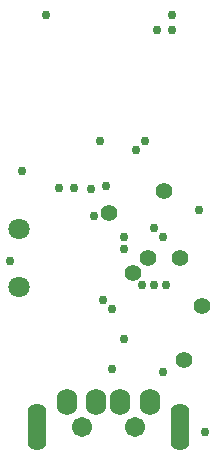
<source format=gbs>
%FSLAX44Y44*%
%MOMM*%
G71*
G01*
G75*
G04 Layer_Color=16711935*
%ADD10C,0.2540*%
%ADD11C,0.3810*%
%ADD12C,0.5080*%
%ADD13R,0.9000X1.0000*%
%ADD14R,2.1000X3.0000*%
%ADD15R,0.8000X1.7000*%
%ADD16O,0.8000X1.7000*%
%ADD17R,1.0000X0.9000*%
%ADD18R,1.0000X1.0000*%
%ADD19O,0.6000X1.9000*%
%ADD20R,1.0000X1.0000*%
%ADD21R,1.8000X1.3000*%
%ADD22O,1.5500X0.2500*%
%ADD23O,0.2500X1.5500*%
%ADD24R,2.0000X1.2000*%
%ADD25C,0.7620*%
%ADD26C,1.2700*%
%ADD27C,0.8890*%
%ADD28C,1.6000*%
%ADD29O,1.4000X3.8000*%
%ADD30O,1.5240X2.0320*%
%ADD31C,1.5000*%
%ADD32C,0.7000*%
%ADD33C,1.2000*%
%ADD34C,0.4000*%
%ADD35C,0.2500*%
%ADD36C,0.2000*%
%ADD37C,0.6000*%
%ADD38C,0.1016*%
%ADD39R,1.1032X1.2032*%
%ADD40R,2.3032X3.2032*%
%ADD41R,1.0032X1.9032*%
%ADD42O,1.0032X1.9032*%
%ADD43R,1.2032X1.1032*%
%ADD44R,1.2032X1.2032*%
%ADD45O,0.8032X2.1032*%
%ADD46R,1.2032X1.2032*%
%ADD47R,2.0032X1.5032*%
%ADD48O,1.7532X0.4532*%
%ADD49O,0.4532X1.7532*%
%ADD50R,2.2032X1.4032*%
%ADD51C,1.8032*%
%ADD52O,1.6032X4.0032*%
%ADD53O,1.7272X2.2352*%
%ADD54C,1.7032*%
%ADD55C,0.7508*%
%ADD56C,1.4032*%
D51*
X30480Y143240D02*
D03*
Y192040D02*
D03*
D52*
X167005Y24384D02*
D03*
X45847D02*
D03*
D53*
X116459Y46228D02*
D03*
X141351D02*
D03*
X96393D02*
D03*
X71501D02*
D03*
D54*
X129413Y24384D02*
D03*
X83947D02*
D03*
D55*
X152400Y71120D02*
D03*
X187960Y20320D02*
D03*
X109220Y73660D02*
D03*
X22860Y165100D02*
D03*
X182880Y208280D02*
D03*
X160020Y360680D02*
D03*
X147320D02*
D03*
X137160Y266700D02*
D03*
X129540Y259080D02*
D03*
X99060Y266700D02*
D03*
X33020Y241300D02*
D03*
X77470Y227330D02*
D03*
X64770D02*
D03*
X93980Y203200D02*
D03*
X119380Y185420D02*
D03*
X104140Y228600D02*
D03*
X91440Y226060D02*
D03*
X152400Y185420D02*
D03*
X144780Y193040D02*
D03*
X53340Y373380D02*
D03*
X160020D02*
D03*
X119380Y175260D02*
D03*
X134620Y144780D02*
D03*
X119380Y99060D02*
D03*
X144780Y144780D02*
D03*
X154940D02*
D03*
X101600Y132080D02*
D03*
X109220Y124460D02*
D03*
D56*
X167537Y167743D02*
D03*
X170180Y81280D02*
D03*
X139700Y167743D02*
D03*
X106680Y205740D02*
D03*
X153670Y224790D02*
D03*
X127000Y154940D02*
D03*
X185420Y127000D02*
D03*
M02*

</source>
